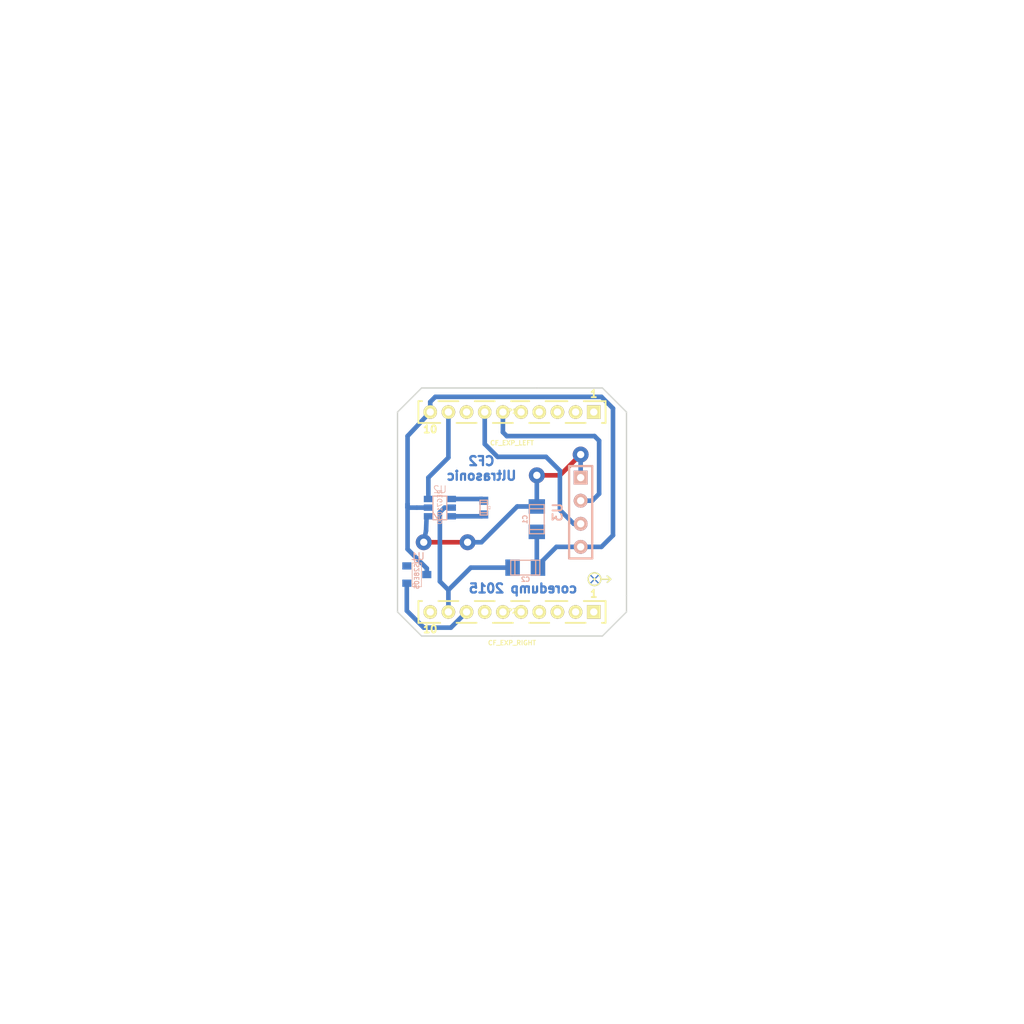
<source format=kicad_pcb>
(kicad_pcb (version 3) (host pcbnew "(2013-may-18)-stable")
  (title_block (title "Crazyflie 2.0 expansion template") (rev A) (company "Bitcraze AB") (comment 1 "Licensed under CC-BY 4.0"))
  (layers (15 F.Cu signal) (0 B.Cu signal) (18 B.Paste user) (19 F.Paste user) (20 B.SilkS user) (21 F.SilkS user) (22 B.Mask user) (23 F.Mask user) (28 Edge.Cuts user))
  (net 0 "")
  (net 1 /IO_1)
  (net 2 /IO_2)
  (net 3 /IO_4)
  (net 4 /OW)
  (net 5 /VCOM)
  (net 6 GND)
  (net 7 N-0000021)
  (net 8 N-0000022)
  (net 9 N-0000023)
  (module SOT23_6 (layer B.Cu) (at 131.064 96.52 90)
    (fp_text reference U2 (at 1.99898 0 360) (layer B.SilkS) (effects (font (size 0.762 0.762) (thickness 0.0762)) (justify mirror)))
    (fp_text value REG71050 (at 0.0635 0 90) (layer B.SilkS) (effects (font (size 0.50038 0.50038) (thickness 0.0762)) (justify mirror)))
    (fp_line (start -0.508 -0.762) (end -1.27 -0.254) (layer B.SilkS) (width 0.127))
    (fp_line (start 1.27 -0.762) (end -1.3335 -0.762) (layer B.SilkS) (width 0.127))
    (fp_line (start -1.3335 -0.762) (end -1.3335 0.762) (layer B.SilkS) (width 0.127))
    (fp_line (start -1.3335 0.762) (end 1.27 0.762) (layer B.SilkS) (width 0.127))
    (fp_line (start 1.27 0.762) (end 1.27 -0.762) (layer B.SilkS) (width 0.127))
    (pad 6 smd rect (at -0.9525 1.27 90) (size 0.70104 1.00076) (layers B.Cu B.Paste B.Mask) (net 7 N-0000021))
    (pad 5 smd rect (at 0 1.27 90) (size 0.70104 1.00076) (layers B.Cu B.Paste B.Mask) (net 5 /VCOM))
    (pad 4 smd rect (at 0.9525 1.27 90) (size 0.70104 1.00076) (layers B.Cu B.Paste B.Mask) (net 9 N-0000023))
    (pad 3 smd rect (at 0.9525 -1.27 90) (size 0.70104 1.00076) (layers B.Cu B.Paste B.Mask) (net 3 /IO_4))
    (pad 2 smd rect (at 0 -1.27 90) (size 0.70104 1.00076) (layers B.Cu B.Paste B.Mask) (net 6 GND))
    (pad 1 smd rect (at -0.9525 -1.27 90) (size 0.70104 1.00076) (layers B.Cu B.Paste B.Mask) (net 8 N-0000022))
  )
  (module SOT23 (layer B.Cu) (at 128.524 103.886 90)
    (fp_text reference U1 (at 1.99898 0.09906 360) (layer B.SilkS) (effects (font (size 0.762 0.762) (thickness 0.11938)) (justify mirror)))
    (fp_text value DS28E05 (at 0.0635 0 90) (layer B.SilkS) (effects (font (size 0.50038 0.50038) (thickness 0.09906)) (justify mirror)))
    (fp_circle (center -1.17602 -0.35052) (end -1.30048 -0.44958) (layer B.SilkS) (width 0.07874))
    (fp_line (start 1.27 0.508) (end 1.27 -0.508) (layer B.SilkS) (width 0.07874))
    (fp_line (start -1.3335 0.508) (end -1.3335 -0.508) (layer B.SilkS) (width 0.07874))
    (fp_line (start 1.27 -0.508) (end -1.3335 -0.508) (layer B.SilkS) (width 0.07874))
    (fp_line (start -1.3335 0.508) (end 1.27 0.508) (layer B.SilkS) (width 0.07874))
    (pad 3 smd rect (at 0 1.09982 90) (size 0.8001 1.00076) (layers B.Cu B.Paste B.Mask) (net 6 GND))
    (pad 2 smd rect (at 0.9525 -1.09982 90) (size 0.8001 1.00076) (layers B.Cu B.Paste B.Mask))
    (pad 1 smd rect (at -0.9525 -1.09982 90) (size 0.8001 1.00076) (layers B.Cu B.Paste B.Mask) (net 4 /OW))
  )
  (module c_1206 (layer B.Cu) (at 141.732 97.79 270)
    (fp_text reference C1 (at 0.0254 1.2954 270) (layer B.SilkS) (effects (font (size 0.50038 0.50038) (thickness 0.11938)) (justify mirror)))
    (fp_text value 2.2uF hide)
    (fp_line (start 1.143 -0.8128) (end 1.143 0.8128) (layer B.SilkS) (width 0.127))
    (fp_line (start -1.143 0.8128) (end -1.143 -0.8128) (layer B.SilkS) (width 0.127))
    (fp_line (start -1.6002 0.8128) (end -1.6002 -0.8128) (layer B.SilkS) (width 0.127))
    (fp_line (start -1.6002 -0.8128) (end 1.6002 -0.8128) (layer B.SilkS) (width 0.127))
    (fp_line (start 1.6002 -0.8128) (end 1.6002 0.8128) (layer B.SilkS) (width 0.127))
    (fp_line (start 1.6002 0.8128) (end -1.6002 0.8128) (layer B.SilkS) (width 0.127))
    (pad 1 smd rect (at 1.397 0 270) (size 1.6002 1.8034) (layers B.Cu B.Paste B.Mask) (net 6 GND))
    (pad 2 smd rect (at -1.397 0 270) (size 1.6002 1.8034) (layers B.Cu B.Paste B.Mask) (net 8 N-0000022))
  )
  (module c_1206 (layer B.Cu) (at 140.462 103.124)
    (fp_text reference C2 (at 0.0254 1.2954) (layer B.SilkS) (effects (font (size 0.50038 0.50038) (thickness 0.11938)) (justify mirror)))
    (fp_text value 2.2uF hide)
    (fp_line (start 1.143 -0.8128) (end 1.143 0.8128) (layer B.SilkS) (width 0.127))
    (fp_line (start -1.143 0.8128) (end -1.143 -0.8128) (layer B.SilkS) (width 0.127))
    (fp_line (start -1.6002 0.8128) (end -1.6002 -0.8128) (layer B.SilkS) (width 0.127))
    (fp_line (start -1.6002 -0.8128) (end 1.6002 -0.8128) (layer B.SilkS) (width 0.127))
    (fp_line (start 1.6002 -0.8128) (end 1.6002 0.8128) (layer B.SilkS) (width 0.127))
    (fp_line (start 1.6002 0.8128) (end -1.6002 0.8128) (layer B.SilkS) (width 0.127))
    (pad 1 smd rect (at 1.397 0) (size 1.6002 1.8034) (layers B.Cu B.Paste B.Mask) (net 6 GND))
    (pad 2 smd rect (at -1.397 0) (size 1.6002 1.8034) (layers B.Cu B.Paste B.Mask) (net 5 /VCOM))
  )
  (module c_0603 (layer B.Cu) (at 135.89 96.52 90)
    (fp_text reference C3 (at 0 0.635 90) (layer B.SilkS) (effects (font (size 0.20066 0.20066) (thickness 0.04064)) (justify mirror)))
    (fp_text value 0.22uF hide)
    (fp_line (start 0.5588 -0.4064) (end 0.5588 0.4064) (layer B.SilkS) (width 0.127))
    (fp_line (start -0.5588 0.381) (end -0.5588 -0.4064) (layer B.SilkS) (width 0.127))
    (fp_line (start -0.8128 0.4064) (end 0.8128 0.4064) (layer B.SilkS) (width 0.127))
    (fp_line (start 0.8128 0.4064) (end 0.8128 -0.4064) (layer B.SilkS) (width 0.127))
    (fp_line (start 0.8128 -0.4064) (end -0.8128 -0.4064) (layer B.SilkS) (width 0.127))
    (fp_line (start -0.8128 -0.4064) (end -0.8128 0.4064) (layer B.SilkS) (width 0.127))
    (pad 1 smd rect (at 0.75184 0 90) (size 0.89916 1.00076) (layers B.Cu B.Paste B.Mask) (net 9 N-0000023))
    (pad 2 smd rect (at -0.75184 0 90) (size 0.89916 1.00076) (layers B.Cu B.Paste B.Mask) (net 7 N-0000021))
  )
  (module HC-SR04 (layer B.Cu) (at 146.558 97.028 270)
    (fp_text reference U3 (at 0 2.54 270) (layer B.SilkS) (effects (font (size 1.016 1.016) (thickness 0.2032)) (justify mirror)))
    (fp_text value HC-SR04 hide)
    (fp_line (start 5.08 -1.27) (end -5.08 -1.27) (layer B.SilkS) (width 0.254))
    (fp_line (start 5.08 1.27) (end -5.08 1.27) (layer B.SilkS) (width 0.254))
    (fp_line (start -5.08 1.27) (end -5.08 -1.27) (layer B.SilkS) (width 0.254))
    (fp_line (start 5.08 -1.27) (end 5.08 1.27) (layer B.SilkS) (width 0.254))
    (pad 1 thru_hole rect (at -3.81 0 270) (size 1.524 1.524) (drill 0.8) (layers *.Cu *.Mask B.SilkS) (net 8 N-0000022))
    (pad 2 thru_hole circle (at -1.27 0 270) (size 1.524 1.524) (drill 0.8) (layers *.Cu *.Mask B.SilkS) (net 1 /IO_1))
    (pad 3 thru_hole circle (at 1.27 0 270) (size 1.524 1.524) (drill 0.8) (layers *.Cu *.Mask B.SilkS) (net 2 /IO_2))
    (pad 4 thru_hole circle (at 3.81 0 270) (size 1.524 1.524) (drill 0.8) (layers *.Cu *.Mask B.SilkS) (net 6 GND))
  )
  (module bitcraze:EXP_ORIENTATION_B_MASK (layer F.Cu) (at 148.082 104.394)
    (fp_text reference EXP_ORIENTATION hide)
    (fp_text value VAL** hide)
    (fp_line (start 0 0) (end -0.475 0.475) (layer B.Cu) (width 0.15))
    (fp_line (start 0 0) (end 0.475 0.475) (layer B.Cu) (width 0.15))
    (fp_line (start 0 0) (end 0.475 -0.475) (layer B.Cu) (width 0.15))
    (fp_line (start 0 0) (end -0.475 -0.475) (layer B.Cu) (width 0.15))
    (fp_circle (center 0 0) (end 0.7 0.025) (layer B.Cu) (width 0.15))
    (fp_line (start 0.7 0) (end 1.8 0) (layer B.Cu) (width 0.15))
    (fp_line (start 1.8 0) (end 1.4 -0.35) (layer B.Cu) (width 0.15))
    (fp_line (start 1.8 0) (end 1.4 0.35) (layer B.Cu) (width 0.15))
    (fp_line (start 1.8 0) (end 1.4 0.35) (layer F.SilkS) (width 0.15))
    (fp_line (start 1.8 0) (end 1.4 -0.35) (layer F.SilkS) (width 0.15))
    (fp_line (start 0.7 0) (end 1.8 0) (layer F.SilkS) (width 0.15))
    (fp_circle (center 0 0) (end 0.7 0.025) (layer F.SilkS) (width 0.15))
    (fp_circle (center 0 0) (end 0.075 0.025) (layer F.SilkS) (width 0.15))
  )
  (module connectors:BF090-10-X-B2-NOPADS (layer F.Cu) (at 139.001 86.00092 180)
    (fp_text reference P1 (at 0 0.1 180) (layer F.SilkS) (effects (font (size 0.5 0.5) (thickness 0.1))))
    (fp_text value CF_EXP_LEFT (at 0 -3.4 180) (layer F.SilkS) (effects (font (size 0.5 0.5) (thickness 0.1))))
    (fp_text user 10 (at 9 -1.9 180) (layer F.SilkS) (effects (font (size 0.8 0.8) (thickness 0.2))))
    (fp_text user 1 (at -9 2 180) (layer F.SilkS) (effects (font (size 0.8 0.8) (thickness 0.2))))
    (fp_line (start 7.9 -1.2) (end 10.3 -1.2) (layer F.SilkS) (width 0.2))
    (fp_line (start 10.3 -1.2) (end 10.3 1.2) (layer F.SilkS) (width 0.2))
    (fp_line (start 10.3 1.2) (end 9.9 1.2) (layer F.SilkS) (width 0.2))
    (fp_line (start 3.9 -1.2) (end 6.1 -1.2) (layer F.SilkS) (width 0.2))
    (fp_line (start -0.1 -1.2) (end 2.1 -1.2) (layer F.SilkS) (width 0.2))
    (fp_line (start 5.9 1.2) (end 8.1 1.2) (layer F.SilkS) (width 0.2))
    (fp_line (start 1.9 1.2) (end 4.1 1.2) (layer F.SilkS) (width 0.2))
    (fp_line (start -1.9 1.2) (end 0.1 1.2) (layer F.SilkS) (width 0.2))
    (fp_line (start -4.1 -1.2) (end -1.9 -1.2) (layer F.SilkS) (width 0.2))
    (fp_line (start -6.1 1.2) (end -3.7 1.2) (layer F.SilkS) (width 0.2))
    (fp_line (start -8.1 -1.2) (end -5.9 -1.2) (layer F.SilkS) (width 0.2))
    (fp_line (start -10.3 -1.2) (end -9.9 -1.2) (layer F.SilkS) (width 0.2))
    (fp_line (start -10.3 -1.2) (end -10.3 1.2) (layer F.SilkS) (width 0.2))
    (fp_line (start -10.3 1.2) (end -7.9 1.2) (layer F.SilkS) (width 0.2))
    (pad 10 thru_hole circle (at 9 0 180) (size 1.5 1.5) (drill 0.8) (layers *.Cu *.Mask F.SilkS) (net 6 GND))
    (pad 2 thru_hole circle (at -7 0 180) (size 1.5 1.5) (drill 0.8) (layers *.Cu *.Mask F.SilkS))
    (pad 1 thru_hole rect (at -9 0 180) (size 1.5 1.5) (drill 0.8) (layers *.Cu *.Mask F.SilkS))
    (pad 8 thru_hole circle (at 5 0 180) (size 1.5 1.5) (drill 0.8) (layers *.Cu *.Mask F.SilkS))
    (pad 9 thru_hole circle (at 7 0 180) (size 1.5 1.5) (drill 0.8) (layers *.Cu *.Mask F.SilkS) (net 3 /IO_4))
    (pad 3 thru_hole circle (at -5 0 180) (size 1.5 1.5) (drill 0.8) (layers *.Cu *.Mask F.SilkS))
    (pad 4 thru_hole circle (at -3 0 180) (size 1.5 1.5) (drill 0.8) (layers *.Cu *.Mask F.SilkS))
    (pad 7 thru_hole circle (at 3 0 180) (size 1.5 1.5) (drill 0.8) (layers *.Cu *.Mask F.SilkS) (net 2 /IO_2))
    (pad 6 thru_hole circle (at 1 0 180) (size 1.5 1.5) (drill 0.8) (layers *.Cu *.Mask F.SilkS) (net 1 /IO_1))
    (pad 5 thru_hole circle (at -1 0 180) (size 1.5 1.5) (drill 0.8) (layers *.Cu *.Mask F.SilkS))
  )
  (module connectors:BF090-10-X-B2-NOPADS (layer F.Cu) (at 139.001 108.00092 180)
    (fp_text reference P2 (at 0 0.1 180) (layer F.SilkS) (effects (font (size 0.5 0.5) (thickness 0.1))))
    (fp_text value CF_EXP_RIGHT (at 0 -3.4 180) (layer F.SilkS) (effects (font (size 0.5 0.5) (thickness 0.1))))
    (fp_text user 10 (at 9 -1.9 180) (layer F.SilkS) (effects (font (size 0.8 0.8) (thickness 0.2))))
    (fp_text user 1 (at -9 2 180) (layer F.SilkS) (effects (font (size 0.8 0.8) (thickness 0.2))))
    (fp_line (start 7.9 -1.2) (end 10.3 -1.2) (layer F.SilkS) (width 0.2))
    (fp_line (start 10.3 -1.2) (end 10.3 1.2) (layer F.SilkS) (width 0.2))
    (fp_line (start 10.3 1.2) (end 9.9 1.2) (layer F.SilkS) (width 0.2))
    (fp_line (start 3.9 -1.2) (end 6.1 -1.2) (layer F.SilkS) (width 0.2))
    (fp_line (start -0.1 -1.2) (end 2.1 -1.2) (layer F.SilkS) (width 0.2))
    (fp_line (start 5.9 1.2) (end 8.1 1.2) (layer F.SilkS) (width 0.2))
    (fp_line (start 1.9 1.2) (end 4.1 1.2) (layer F.SilkS) (width 0.2))
    (fp_line (start -1.9 1.2) (end 0.1 1.2) (layer F.SilkS) (width 0.2))
    (fp_line (start -4.1 -1.2) (end -1.9 -1.2) (layer F.SilkS) (width 0.2))
    (fp_line (start -6.1 1.2) (end -3.7 1.2) (layer F.SilkS) (width 0.2))
    (fp_line (start -8.1 -1.2) (end -5.9 -1.2) (layer F.SilkS) (width 0.2))
    (fp_line (start -10.3 -1.2) (end -9.9 -1.2) (layer F.SilkS) (width 0.2))
    (fp_line (start -10.3 -1.2) (end -10.3 1.2) (layer F.SilkS) (width 0.2))
    (fp_line (start -10.3 1.2) (end -7.9 1.2) (layer F.SilkS) (width 0.2))
    (pad 10 thru_hole circle (at 9 0 180) (size 1.5 1.5) (drill 0.8) (layers *.Cu *.Mask F.SilkS))
    (pad 2 thru_hole circle (at -7 0 180) (size 1.5 1.5) (drill 0.8) (layers *.Cu *.Mask F.SilkS))
    (pad 1 thru_hole rect (at -9 0 180) (size 1.5 1.5) (drill 0.8) (layers *.Cu *.Mask F.SilkS))
    (pad 8 thru_hole circle (at 5 0 180) (size 1.5 1.5) (drill 0.8) (layers *.Cu *.Mask F.SilkS) (net 4 /OW))
    (pad 9 thru_hole circle (at 7 0 180) (size 1.5 1.5) (drill 0.8) (layers *.Cu *.Mask F.SilkS) (net 5 /VCOM))
    (pad 3 thru_hole circle (at -5 0 180) (size 1.5 1.5) (drill 0.8) (layers *.Cu *.Mask F.SilkS))
    (pad 4 thru_hole circle (at -3 0 180) (size 1.5 1.5) (drill 0.8) (layers *.Cu *.Mask F.SilkS))
    (pad 7 thru_hole circle (at 3 0 180) (size 1.5 1.5) (drill 0.8) (layers *.Cu *.Mask F.SilkS))
    (pad 6 thru_hole circle (at 1 0 180) (size 1.5 1.5) (drill 0.8) (layers *.Cu *.Mask F.SilkS))
    (pad 5 thru_hole circle (at -1 0 180) (size 1.5 1.5) (drill 0.8) (layers *.Cu *.Mask F.SilkS))
  )
  (gr_text "coredump 2015" (at 140.208 105.41) (layer B.Cu) (effects (font (size 1 1) (thickness 0.25)) (justify mirror)))
  (gr_text "CF2\nUltrasonic" (at 135.636 92.202) (layer B.Cu) (effects (font (size 1 1) (thickness 0.25)) (justify mirror)))
  (gr_line (start 151.601 108.00092) (end 151.601 106.20092) (angle 90) (layer Edge.Cuts) (width 0.15))
  (gr_line (start 149.701 109.90092) (end 151.601 108.00092) (angle 90) (layer Edge.Cuts) (width 0.15))
  (gr_line (start 151.601 86.00092) (end 151.601 106.20092) (angle 90) (layer Edge.Cuts) (width 0.15))
  (gr_line (start 149.701 84.10092) (end 151.601 86.00092) (angle 90) (layer Edge.Cuts) (width 0.15))
  (gr_line (start 126.401 108.00092) (end 126.401 86.00092) (angle 90) (layer Edge.Cuts) (width 0.15))
  (gr_line (start 128.301 109.90092) (end 126.401 108.00092) (angle 90) (layer Edge.Cuts) (width 0.15))
  (gr_line (start 128.301 84.10092) (end 126.401 86.00092) (angle 90) (layer Edge.Cuts) (width 0.15))
  (gr_line (start 129.051 110.65092) (end 128.301 109.90092) (angle 90) (layer Edge.Cuts) (width 0.15))
  (gr_line (start 139.001 110.65092) (end 129.051 110.65092) (angle 90) (layer Edge.Cuts) (width 0.15))
  (gr_line (start 148.951 110.65092) (end 149.701 109.90092) (angle 90) (layer Edge.Cuts) (width 0.15))
  (gr_line (start 139.001 110.65092) (end 148.951 110.65092) (angle 90) (layer Edge.Cuts) (width 0.15))
  (gr_line (start 129.051 83.35092) (end 128.301 84.10092) (angle 90) (layer Edge.Cuts) (width 0.15))
  (gr_line (start 148.951 83.35092) (end 149.701 84.10092) (angle 90) (layer Edge.Cuts) (width 0.15))
  (gr_line (start 141.751 83.35092) (end 148.951 83.35092) (angle 90) (layer Edge.Cuts) (width 0.15))
  (gr_line (start 141.751 83.35092) (end 129.051 83.35092) (angle 90) (layer Edge.Cuts) (width 0.15))
  (segment (start 146.558 95.758) (end 147.828 95.758) (width 0.508) (layer B.Cu) (net 1))
  (segment (start 138.001 88.217) (end 138.001 86.00092) (width 0.508) (layer B.Cu) (net 1))
  (segment (start 138.43 88.646) (end 138.001 88.217) (width 0.508) (layer B.Cu) (net 1))
  (segment (start 148.082 88.646) (end 138.43 88.646) (width 0.508) (layer B.Cu) (net 1))
  (segment (start 148.59 89.154) (end 148.082 88.646) (width 0.508) (layer B.Cu) (net 1))
  (segment (start 148.59 94.996) (end 148.59 89.154) (width 0.508) (layer B.Cu) (net 1))
  (segment (start 147.828 95.758) (end 148.59 94.996) (width 0.508) (layer B.Cu) (net 1))
  (segment (start 146.558 98.298) (end 145.796 98.298) (width 0.508) (layer B.Cu) (net 2))
  (segment (start 136.001 89.519) (end 136.001 86.00092) (width 0.508) (layer B.Cu) (net 2))
  (segment (start 137.414 90.932) (end 136.001 89.519) (width 0.508) (layer B.Cu) (net 2))
  (segment (start 142.748 90.932) (end 137.414 90.932) (width 0.508) (layer B.Cu) (net 2))
  (segment (start 144.272 92.456) (end 142.748 90.932) (width 0.508) (layer B.Cu) (net 2))
  (segment (start 144.272 96.774) (end 144.272 92.456) (width 0.508) (layer B.Cu) (net 2))
  (segment (start 145.796 98.298) (end 144.272 96.774) (width 0.508) (layer B.Cu) (net 2))
  (segment (start 132.001 86.00092) (end 132.001 91.011) (width 0.508) (layer B.Cu) (net 3))
  (segment (start 129.794 93.218) (end 129.794 95.5675) (width 0.508) (layer B.Cu) (net 3))
  (segment (start 132.001 91.011) (end 129.794 93.218) (width 0.508) (layer B.Cu) (net 3))
  (segment (start 127.42418 104.8385) (end 127.42418 107.86618) (width 0.508) (layer B.Cu) (net 4))
  (segment (start 132.27392 109.728) (end 134.001 108.00092) (width 0.508) (layer B.Cu) (net 4))
  (segment (start 129.286 109.728) (end 132.27392 109.728) (width 0.508) (layer B.Cu) (net 4))
  (segment (start 127.42418 107.86618) (end 129.286 109.728) (width 0.508) (layer B.Cu) (net 4))
  (segment (start 139.065 103.124) (end 134.462 103.124) (width 0.508) (layer B.Cu) (net 5))
  (segment (start 134.462 103.124) (end 132.001 105.585) (width 0.508) (layer B.Cu) (net 5))
  (segment (start 132.334 96.52) (end 131.572 96.52) (width 0.508) (layer B.Cu) (net 5))
  (segment (start 132.001 105.585) (end 132.001 108.00092) (width 0.508) (layer B.Cu) (net 5))
  (segment (start 131.064 104.648) (end 132.001 105.585) (width 0.508) (layer B.Cu) (net 5))
  (segment (start 131.064 97.028) (end 131.064 104.648) (width 0.508) (layer B.Cu) (net 5))
  (segment (start 131.572 96.52) (end 131.064 97.028) (width 0.508) (layer B.Cu) (net 5))
  (segment (start 129.62382 103.886) (end 129.62382 103.20782) (width 0.508) (layer B.Cu) (net 6))
  (segment (start 127.508 96.11392) (end 127.508 96.52) (width 0.508) (layer B.Cu) (net 6))
  (segment (start 127.508 101.092) (end 127.508 96.11392) (width 0.508) (layer B.Cu) (net 6))
  (segment (start 129.62382 103.20782) (end 127.508 101.092) (width 0.508) (layer B.Cu) (net 6))
  (segment (start 130.001 86.00092) (end 130.001 84.883) (width 0.508) (layer B.Cu) (net 6))
  (segment (start 148.844 100.838) (end 146.558 100.838) (width 0.508) (layer B.Cu) (net 6))
  (segment (start 150.114 99.568) (end 148.844 100.838) (width 0.508) (layer B.Cu) (net 6))
  (segment (start 150.114 85.598) (end 150.114 99.568) (width 0.508) (layer B.Cu) (net 6))
  (segment (start 148.844 84.328) (end 150.114 85.598) (width 0.508) (layer B.Cu) (net 6))
  (segment (start 130.556 84.328) (end 148.844 84.328) (width 0.508) (layer B.Cu) (net 6))
  (segment (start 130.001 84.883) (end 130.556 84.328) (width 0.508) (layer B.Cu) (net 6))
  (segment (start 127.508 88.646) (end 127.508 96.52) (width 0.508) (layer B.Cu) (net 6))
  (segment (start 128.524 96.52) (end 129.794 96.52) (width 0.508) (layer B.Cu) (net 6))
  (segment (start 127.508 96.52) (end 128.524 96.52) (width 0.508) (layer B.Cu) (net 6))
  (segment (start 141.732 99.187) (end 141.732 102.997) (width 0.508) (layer B.Cu) (net 6))
  (segment (start 141.732 102.997) (end 143.891 100.838) (width 0.508) (layer B.Cu) (net 6))
  (segment (start 143.891 100.838) (end 146.558 100.838) (width 0.508) (layer B.Cu) (net 6))
  (segment (start 127.508 88.646) (end 130.001 86.00092) (width 0.508) (layer B.Cu) (net 6))
  (segment (start 132.334 97.4725) (end 135.68934 97.4725) (width 0.508) (layer B.Cu) (net 7))
  (segment (start 135.68934 97.4725) (end 135.89 97.27184) (width 0.508) (layer B.Cu) (net 7))
  (segment (start 146.558 93.218) (end 146.558 90.678) (width 0.508) (layer B.Cu) (net 8))
  (segment (start 141.732 92.964) (end 141.732 96.393) (width 0.508) (layer B.Cu) (net 8))
  (via (at 141.732 92.964) (size 1.75) (layers F.Cu B.Cu) (net 8))
  (segment (start 144.272 92.964) (end 141.732 92.964) (width 0.508) (layer F.Cu) (net 8))
  (segment (start 146.558 90.678) (end 144.272 92.964) (width 0.508) (layer F.Cu) (net 8))
  (via (at 146.558 90.678) (size 1.75) (layers F.Cu B.Cu) (net 8))
  (segment (start 134.112 100.33) (end 135.636 100.33) (width 0.508) (layer B.Cu) (net 8))
  (via (at 129.286 100.33) (size 1.75) (layers F.Cu B.Cu) (net 8))
  (segment (start 129.286 100.33) (end 134.112 100.33) (width 0.508) (layer F.Cu) (net 8))
  (via (at 134.112 100.33) (size 1.75) (layers F.Cu B.Cu) (net 8))
  (segment (start 129.54 99.06) (end 129.286 100.33) (width 0.508) (layer B.Cu) (net 8))
  (segment (start 129.6035 97.4725) (end 129.54 99.06) (width 0.508) (layer B.Cu) (net 8))
  (segment (start 129.794 97.4725) (end 129.6035 97.4725) (width 0.508) (layer B.Cu) (net 8))
  (segment (start 139.573 96.393) (end 141.732 96.393) (width 0.508) (layer B.Cu) (net 8))
  (segment (start 135.636 100.33) (end 139.573 96.393) (width 0.508) (layer B.Cu) (net 8))
  (segment (start 132.334 95.5675) (end 135.68934 95.5675) (width 0.508) (layer B.Cu) (net 9))
  (segment (start 135.68934 95.5675) (end 135.89 95.76816) (width 0.508) (layer B.Cu) (net 9))
)
</source>
